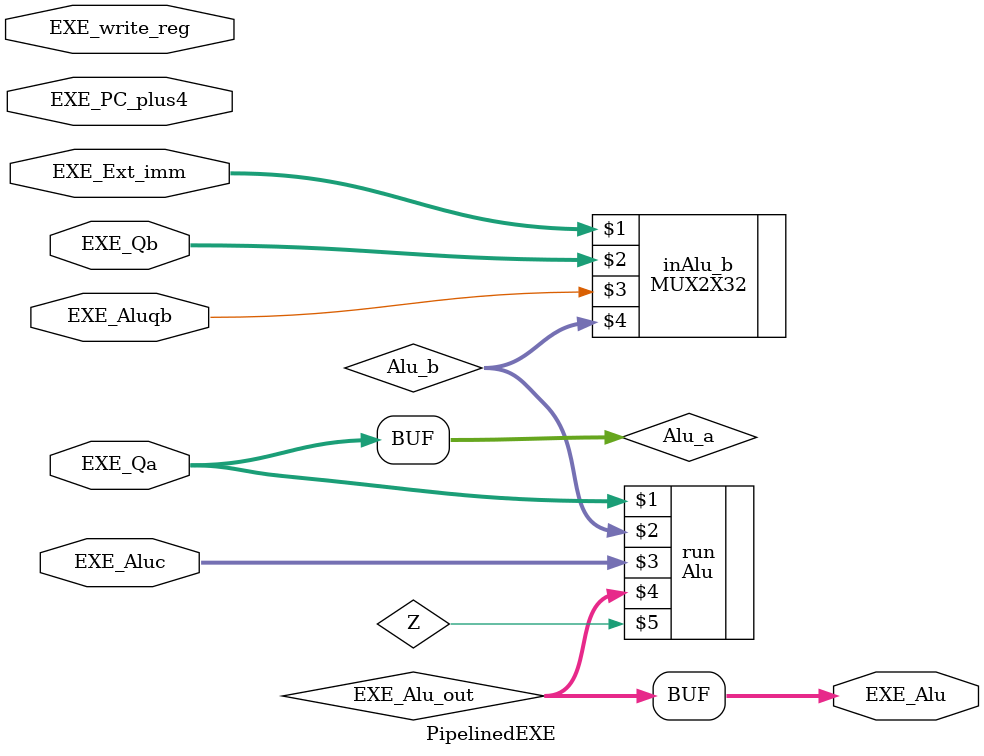
<source format=v>
`timescale 1ns / 1ps


module PipelinedEXE(EXE_Aluc,EXE_Aluqb,EXE_Qa,EXE_Qb,EXE_Ext_imm,EXE_write_reg,EXE_PC_plus4,EXE_Alu);//EXE级 执行Alu运算
    input [31:0]EXE_Qa,EXE_Qb,EXE_Ext_imm,EXE_PC_plus4;
    input [4:0] EXE_write_reg;
    input [1:0]EXE_Aluc;
    input      EXE_Aluqb;
    output [31:0]EXE_Alu;
    wire [31:0]Alu_a,Alu_b,EXE_Alu_out;
    wire       Z;
    assign Alu_a = EXE_Qa;//Alu操作数X的赋值
    MUX2X32 inAlu_b(EXE_Ext_imm,EXE_Qb,EXE_Aluqb,Alu_b);//Alu操作数Y的选择赋值
    Alu run(Alu_a,Alu_b,EXE_Aluc,EXE_Alu_out,Z);//Alu运算
    assign EXE_Alu = EXE_Alu_out;
endmodule

</source>
